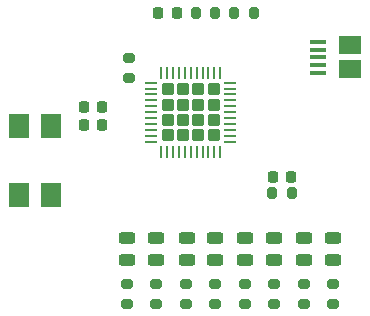
<source format=gbr>
%TF.GenerationSoftware,KiCad,Pcbnew,(6.0.11)*%
%TF.CreationDate,2023-02-27T16:04:50+00:00*%
%TF.ProjectId,HackSoc Workshop,4861636b-536f-4632-9057-6f726b73686f,rev?*%
%TF.SameCoordinates,Original*%
%TF.FileFunction,Paste,Top*%
%TF.FilePolarity,Positive*%
%FSLAX46Y46*%
G04 Gerber Fmt 4.6, Leading zero omitted, Abs format (unit mm)*
G04 Created by KiCad (PCBNEW (6.0.11)) date 2023-02-27 16:04:50*
%MOMM*%
%LPD*%
G01*
G04 APERTURE LIST*
G04 Aperture macros list*
%AMRoundRect*
0 Rectangle with rounded corners*
0 $1 Rounding radius*
0 $2 $3 $4 $5 $6 $7 $8 $9 X,Y pos of 4 corners*
0 Add a 4 corners polygon primitive as box body*
4,1,4,$2,$3,$4,$5,$6,$7,$8,$9,$2,$3,0*
0 Add four circle primitives for the rounded corners*
1,1,$1+$1,$2,$3*
1,1,$1+$1,$4,$5*
1,1,$1+$1,$6,$7*
1,1,$1+$1,$8,$9*
0 Add four rect primitives between the rounded corners*
20,1,$1+$1,$2,$3,$4,$5,0*
20,1,$1+$1,$4,$5,$6,$7,0*
20,1,$1+$1,$6,$7,$8,$9,0*
20,1,$1+$1,$8,$9,$2,$3,0*%
G04 Aperture macros list end*
%ADD10RoundRect,0.200000X-0.200000X-0.275000X0.200000X-0.275000X0.200000X0.275000X-0.200000X0.275000X0*%
%ADD11RoundRect,0.225000X-0.225000X-0.250000X0.225000X-0.250000X0.225000X0.250000X-0.225000X0.250000X0*%
%ADD12RoundRect,0.225000X0.225000X0.250000X-0.225000X0.250000X-0.225000X-0.250000X0.225000X-0.250000X0*%
%ADD13RoundRect,0.243750X0.456250X-0.243750X0.456250X0.243750X-0.456250X0.243750X-0.456250X-0.243750X0*%
%ADD14RoundRect,0.200000X-0.275000X0.200000X-0.275000X-0.200000X0.275000X-0.200000X0.275000X0.200000X0*%
%ADD15RoundRect,0.200000X0.275000X-0.200000X0.275000X0.200000X-0.275000X0.200000X-0.275000X-0.200000X0*%
%ADD16R,1.350000X0.400000*%
%ADD17R,1.900000X1.500000*%
%ADD18R,1.700000X2.100000*%
%ADD19RoundRect,0.250000X-0.275000X0.275000X-0.275000X-0.275000X0.275000X-0.275000X0.275000X0.275000X0*%
%ADD20RoundRect,0.062500X-0.062500X0.475000X-0.062500X-0.475000X0.062500X-0.475000X0.062500X0.475000X0*%
%ADD21RoundRect,0.062500X-0.475000X0.062500X-0.475000X-0.062500X0.475000X-0.062500X0.475000X0.062500X0*%
G04 APERTURE END LIST*
D10*
%TO.C,R3*%
X95175000Y-64500000D03*
X96825000Y-64500000D03*
%TD*%
D11*
%TO.C,C1*%
X88750000Y-64500000D03*
X90300000Y-64500000D03*
%TD*%
D12*
%TO.C,C4*%
X84025000Y-74000000D03*
X82475000Y-74000000D03*
%TD*%
D13*
%TO.C,D4*%
X93587500Y-85412500D03*
X93587500Y-83537500D03*
%TD*%
%TO.C,D2*%
X88587500Y-85412500D03*
X88587500Y-83537500D03*
%TD*%
D14*
%TO.C,R5*%
X86087500Y-87475000D03*
X86087500Y-89125000D03*
%TD*%
%TO.C,R12*%
X103587500Y-87475000D03*
X103587500Y-89125000D03*
%TD*%
%TO.C,R11*%
X101087500Y-87475000D03*
X101087500Y-89125000D03*
%TD*%
D15*
%TO.C,R1*%
X86250000Y-70000000D03*
X86250000Y-68350000D03*
%TD*%
D13*
%TO.C,D8*%
X103587500Y-85412500D03*
X103587500Y-83537500D03*
%TD*%
D14*
%TO.C,R10*%
X98587500Y-87475000D03*
X98587500Y-89125000D03*
%TD*%
D13*
%TO.C,D1*%
X86087500Y-85412500D03*
X86087500Y-83537500D03*
%TD*%
D10*
%TO.C,R4*%
X98400000Y-79750000D03*
X100050000Y-79750000D03*
%TD*%
D16*
%TO.C,J1*%
X102287500Y-69550000D03*
X102287500Y-68900000D03*
X102287500Y-68250000D03*
X102287500Y-67600000D03*
X102287500Y-66950000D03*
D17*
X104987500Y-67250000D03*
X104987500Y-69250000D03*
%TD*%
D18*
%TO.C,Y1*%
X79650000Y-79950000D03*
X79650000Y-74050000D03*
X76950000Y-74050000D03*
X76950000Y-79950000D03*
%TD*%
D13*
%TO.C,D7*%
X101087500Y-85412500D03*
X101087500Y-83537500D03*
%TD*%
D14*
%TO.C,R7*%
X91087500Y-87475000D03*
X91087500Y-89125000D03*
%TD*%
D13*
%TO.C,D5*%
X96087500Y-85412500D03*
X96087500Y-83537500D03*
%TD*%
D14*
%TO.C,R9*%
X96087500Y-87475000D03*
X96087500Y-89125000D03*
%TD*%
D19*
%TO.C,U1*%
X90850000Y-70957500D03*
X92150000Y-72257500D03*
X89550000Y-74857500D03*
X89550000Y-72257500D03*
X93450000Y-70957500D03*
X93450000Y-72257500D03*
X90850000Y-72257500D03*
X92150000Y-74857500D03*
X90850000Y-73557500D03*
X89550000Y-70957500D03*
X92150000Y-70957500D03*
X93450000Y-73557500D03*
X90850000Y-74857500D03*
X93450000Y-74857500D03*
X92150000Y-73557500D03*
X89550000Y-73557500D03*
D20*
X94000000Y-69570000D03*
X93500000Y-69570000D03*
X93000000Y-69570000D03*
X92500000Y-69570000D03*
X92000000Y-69570000D03*
X91500000Y-69570000D03*
X91000000Y-69570000D03*
X90500000Y-69570000D03*
X90000000Y-69570000D03*
X89500000Y-69570000D03*
X89000000Y-69570000D03*
D21*
X88162500Y-70407500D03*
X88162500Y-70907500D03*
X88162500Y-71407500D03*
X88162500Y-71907500D03*
X88162500Y-72407500D03*
X88162500Y-72907500D03*
X88162500Y-73407500D03*
X88162500Y-73907500D03*
X88162500Y-74407500D03*
X88162500Y-74907500D03*
X88162500Y-75407500D03*
D20*
X89000000Y-76245000D03*
X89500000Y-76245000D03*
X90000000Y-76245000D03*
X90500000Y-76245000D03*
X91000000Y-76245000D03*
X91500000Y-76245000D03*
X92000000Y-76245000D03*
X92500000Y-76245000D03*
X93000000Y-76245000D03*
X93500000Y-76245000D03*
X94000000Y-76245000D03*
D21*
X94837500Y-75407500D03*
X94837500Y-74907500D03*
X94837500Y-74407500D03*
X94837500Y-73907500D03*
X94837500Y-73407500D03*
X94837500Y-72907500D03*
X94837500Y-72407500D03*
X94837500Y-71907500D03*
X94837500Y-71407500D03*
X94837500Y-70907500D03*
X94837500Y-70407500D03*
%TD*%
D13*
%TO.C,D3*%
X91187500Y-85412500D03*
X91187500Y-83537500D03*
%TD*%
D11*
%TO.C,C2*%
X98475000Y-78400000D03*
X100025000Y-78400000D03*
%TD*%
D13*
%TO.C,D6*%
X98587500Y-85412500D03*
X98587500Y-83537500D03*
%TD*%
D14*
%TO.C,R8*%
X93587500Y-87475000D03*
X93587500Y-89125000D03*
%TD*%
D12*
%TO.C,C3*%
X84025000Y-72500000D03*
X82475000Y-72500000D03*
%TD*%
D10*
%TO.C,R2*%
X91925000Y-64500000D03*
X93575000Y-64500000D03*
%TD*%
D14*
%TO.C,R6*%
X88587500Y-87475000D03*
X88587500Y-89125000D03*
%TD*%
M02*

</source>
